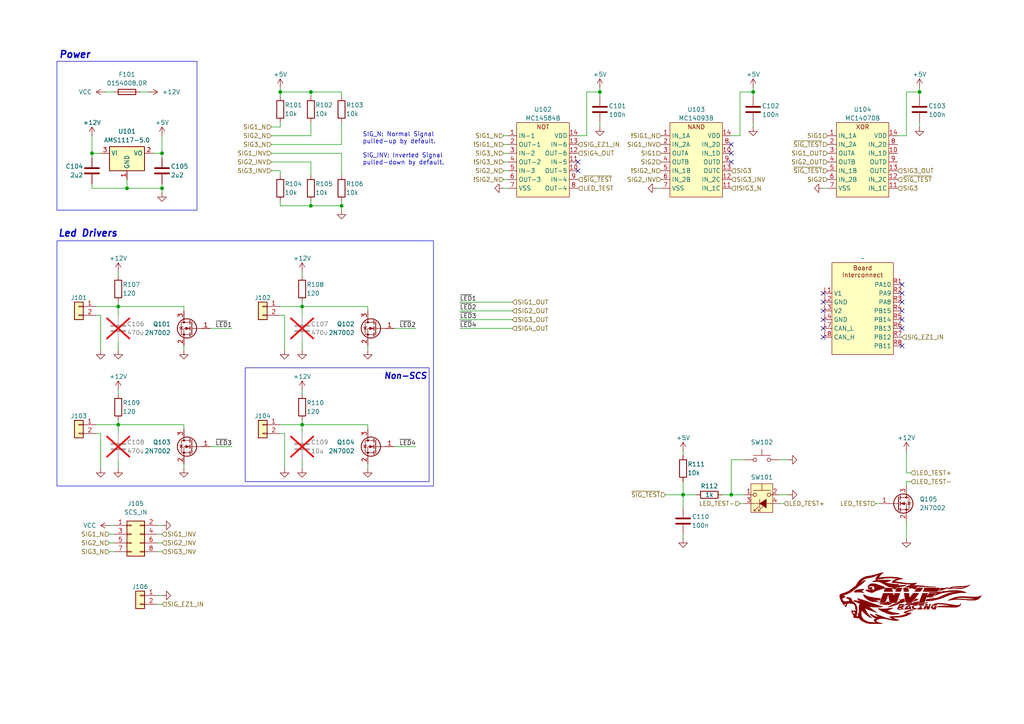
<source format=kicad_sch>
(kicad_sch (version 20231120) (generator "eeschema") (generator_version "8.0")
  (paper "A4")
  (title_block (title "SCS Check & Indicate") (date "2024-03-02") (rev "1") (company "Scott CJX"))
  (lib_symbols
    (symbol "Connector_Generic:Conn_01x02" (pin_names (offset 1.016) hide)
      (property "Reference" "J" (at 0 2.54 0))
      (property "Value" "Conn_01x02" (at 0 -5.08 0))
      (symbol "Conn_01x02_1_1"
        (pin passive line (at -5.08 0 0) (length 3.81) (name "Pin_1") (number "1"))
        (pin passive line (at -5.08 -2.54 0) (length 3.81) (name "Pin_2") (number "2"))
      )
    )
    (symbol "Connector_Generic:Conn_02x04_Odd_Even" (pin_names (offset 1.016) hide)
      (property "Reference" "J" (at 1.27 5.08 0))
      (property "Value" "Conn_02x04_Odd_Even" (at 1.27 -7.62 0))
      (symbol "Conn_02x04_Odd_Even_1_1"
        (pin passive line (at -5.08 2.54 0) (length 3.81) (name "Pin_1") (number "1"))
        (pin passive line (at 7.62 2.54 180) (length 3.81) (name "Pin_2") (number "2"))
        (pin passive line (at -5.08 0 0) (length 3.81) (name "Pin_3") (number "3"))
        (pin passive line (at 7.62 0 180) (length 3.81) (name "Pin_4") (number "4"))
        (pin passive line (at -5.08 -2.54 0) (length 3.81) (name "Pin_5") (number "5"))
        (pin passive line (at 7.62 -2.54 180) (length 3.81) (name "Pin_6") (number "6"))
        (pin passive line (at -5.08 -5.08 0) (length 3.81) (name "Pin_7") (number "7"))
        (pin passive line (at 7.62 -5.08 180) (length 3.81) (name "Pin_8") (number "8"))
      )
    )
    (symbol "Device:C" (pin_numbers hide) (pin_names (offset 0.254))
      (property "Reference" "C" (at 0.635 2.54 0))
      (property "Value" "C" (at 0.635 -2.54 0))
      (symbol "C_1_1"
        (pin passive line (at 0 3.81 270) (length 2.794) (name "~") (number "1"))
        (pin passive line (at 0 -3.81 90) (length 2.794) (name "~") (number "2"))
      )
    )
    (symbol "Device:Fuse" (pin_numbers hide) (pin_names (offset 0))
      (property "Reference" "F" (at 2.032 0 90))
      (property "Value" "Fuse" (at -1.905 0 90))
      (symbol "Fuse_1_1"
        (pin passive line (at 0 3.81 270) (length 1.27) (name "~") (number "1"))
        (pin passive line (at 0 -3.81 90) (length 1.27) (name "~") (number "2"))
      )
    )
    (symbol "Device:Q_NMOS_GSD" (pin_names (offset 0) hide)
      (property "Reference" "Q" (at 5.08 1.27 0))
      (property "Value" "Q_NMOS_GSD" (at 5.08 -1.27 0))
      (symbol "Q_NMOS_GSD_1_1"
        (pin input line (at -5.08 0 0) (length 2.54) (name "G") (number "1"))
        (pin passive line (at 2.54 -5.08 90) (length 2.54) (name "S") (number "2"))
        (pin passive line (at 2.54 5.08 270) (length 2.54) (name "D") (number "3"))
      )
    )
    (symbol "Device:R" (pin_numbers hide) (pin_names (offset 0))
      (property "Reference" "R" (at 2.032 0 90))
      (property "Value" "R" (at 0 0 90))
      (symbol "R_1_1"
        (pin passive line (at 0 3.81 270) (length 1.27) (name "~") (number "1"))
        (pin passive line (at 0 -3.81 90) (length 1.27) (name "~") (number "2"))
      )
    )
    (symbol "NVF-Kicad:HEX_NOT"
      (property "Reference" "U" (at 7.62 11.43 0))
      (symbol "HEX_NOT_1_1"
        (text "NOT" (at 0 8.89 0) (effects (font (size 1.27 1.27))))
        (pin input line (at -10.16 6.35 0) (length 2.54) (name "IN-1") (number "1"))
        (pin input line (at 10.16 -3.81 180) (length 2.54) (name "OUT-5") (number "10"))
        (pin input line (at 10.16 -1.27 180) (length 2.54) (name "IN-5") (number "11"))
        (pin input line (at 10.16 1.27 180) (length 2.54) (name "OUT-6") (number "12"))
        (pin input line (at 10.16 3.81 180) (length 2.54) (name "IN-6") (number "13"))
        (pin input line (at 10.16 6.35 180) (length 2.54) (name "VDD") (number "14"))
        (pin input line (at -10.16 3.81 0) (length 2.54) (name "OUT-1") (number "2"))
        (pin input line (at -10.16 1.27 0) (length 2.54) (name "IN-2") (number "3"))
        (pin input line (at -10.16 -1.27 0) (length 2.54) (name "OUT-2") (number "4"))
        (pin input line (at -10.16 -3.81 0) (length 2.54) (name "IN-3") (number "5"))
        (pin input line (at -10.16 -6.35 0) (length 2.54) (name "OUT-3") (number "6"))
        (pin input line (at -10.16 -8.89 0) (length 2.54) (name "VSS") (number "7"))
        (pin input line (at 10.16 -8.89 180) (length 2.54) (name "OUT-4") (number "8"))
        (pin input line (at 10.16 -6.35 180) (length 2.54) (name "IN-4") (number "9"))
      )
    )
    (symbol "NVF-Kicad:NVF-Logo" (pin_names (offset 1.016)))
    (symbol "NVF-Kicad:QUAD_NAND"
      (property "Reference" "U" (at 7.62 11.43 0))
      (symbol "QUAD_NAND_1_1"
        (text "NAND" (at 0 8.89 0) (effects (font (size 1.27 1.27))))
        (pin input line (at -10.16 6.35 0) (length 2.54) (name "IN_1A") (number "1"))
        (pin input line (at 10.16 1.27 180) (length 2.54) (name "IN_1D") (number "10"))
        (pin input line (at 10.16 -8.89 180) (length 2.54) (name "IN_1C") (number "11"))
        (pin input line (at 10.16 -6.35 180) (length 2.54) (name "IN_2C") (number "12"))
        (pin input line (at 10.16 -3.81 180) (length 2.54) (name "OUTC") (number "13"))
        (pin input line (at 10.16 6.35 180) (length 2.54) (name "VDD") (number "14"))
        (pin input line (at -10.16 3.81 0) (length 2.54) (name "IN_2A") (number "2"))
        (pin input line (at -10.16 1.27 0) (length 2.54) (name "OUTA") (number "3"))
        (pin input line (at -10.16 -1.27 0) (length 2.54) (name "OUTB") (number "4"))
        (pin input line (at -10.16 -3.81 0) (length 2.54) (name "IN_1B") (number "5"))
        (pin input line (at -10.16 -6.35 0) (length 2.54) (name "IN_2B") (number "6"))
        (pin power_in line (at -10.16 -8.89 0) (length 2.54) (name "VSS") (number "7"))
        (pin input line (at 10.16 3.81 180) (length 2.54) (name "IN_2D") (number "8"))
        (pin input line (at 10.16 -1.27 180) (length 2.54) (name "OUTD") (number "9"))
      )
    )
    (symbol "NVF-Kicad:QUAD_XOR"
      (property "Reference" "U" (at 7.62 11.43 0))
      (symbol "QUAD_XOR_1_1"
        (text "XOR" (at 0 8.89 0) (effects (font (size 1.27 1.27))))
        (pin input line (at -10.16 6.35 0) (length 2.54) (name "IN_1A") (number "1"))
        (pin input line (at 10.16 1.27 180) (length 2.54) (name "IN_1D") (number "10"))
        (pin input line (at 10.16 -8.89 180) (length 2.54) (name "IN_1C") (number "11"))
        (pin input line (at 10.16 -6.35 180) (length 2.54) (name "IN_2C") (number "12"))
        (pin input line (at 10.16 -3.81 180) (length 2.54) (name "OUTC") (number "13"))
        (pin input line (at 10.16 6.35 180) (length 2.54) (name "VDD") (number "14"))
        (pin input line (at -10.16 3.81 0) (length 2.54) (name "IN_2A") (number "2"))
        (pin input line (at -10.16 1.27 0) (length 2.54) (name "OUTA") (number "3"))
        (pin input line (at -10.16 -1.27 0) (length 2.54) (name "OUTB") (number "4"))
        (pin input line (at -10.16 -3.81 0) (length 2.54) (name "IN_1B") (number "5"))
        (pin input line (at -10.16 -6.35 0) (length 2.54) (name "IN_2B") (number "6"))
        (pin power_in line (at -10.16 -8.89 0) (length 2.54) (name "VSS") (number "7"))
        (pin input line (at 10.16 3.81 180) (length 2.54) (name "IN_2D") (number "8"))
        (pin input line (at 10.16 -1.27 180) (length 2.54) (name "OUTD") (number "9"))
      )
    )
    (symbol "NVF_OwnParts:SmallGeneral"
      (symbol "SmallGeneral_1_1"
        (text "Side CAN" (at 0 12.7 0) (effects (font (size 1.27 1.27))))
        (pin input line (at -11.43 10.16 0) (length 2.54) (name "V1") (number "A1"))
        (pin input line (at -11.43 7.62 0) (length 2.54) (name "GND") (number "A2"))
        (pin input line (at -11.43 5.08 0) (length 2.54) (name "V2") (number "A3"))
        (pin input line (at -11.43 2.54 0) (length 2.54) (name "GND") (number "A4"))
        (pin input line (at 11.43 5.08 180) (length 2.54) (name "CAN_L") (number "A7"))
        (pin input line (at 11.43 2.54 180) (length 2.54) (name "CAN_H") (number "A8"))
        (pin input line (at -11.43 -2.54 0) (length 2.54) (name "V1") (number "B1"))
        (pin input line (at -11.43 -5.08 0) (length 2.54) (name "GND") (number "B2"))
        (pin input line (at -11.43 -7.62 0) (length 2.54) (name "V2") (number "B3"))
        (pin input line (at -11.43 -10.16 0) (length 2.54) (name "GND") (number "B4"))
        (pin input line (at 11.43 -7.62 180) (length 2.54) (name "CAN_L") (number "B7"))
        (pin input line (at 11.43 -10.16 180) (length 2.54) (name "CAN_H") (number "B8"))
      )
      (symbol "SmallGeneral_2_1"
        (text "Side Connectors" (at 0 22.86 0) (effects (font (size 1.27 1.27))))
        (pin input line (at 11.43 -11.43 180) (length 2.54) (name "5V") (number "C1"))
        (pin input line (at 11.43 -13.97 180) (length 2.54) (name "3V3") (number "C2"))
        (pin input line (at 11.43 -16.51 180) (length 2.54) (name "A1") (number "C3"))
        (pin input line (at 11.43 -19.05 180) (length 2.54) (name "A0") (number "C4"))
        (pin input line (at 11.43 -21.59 180) (length 2.54) (name "GND") (number "C5"))
        (pin input line (at 11.43 3.81 180) (length 2.54) (name "5V") (number "D1"))
        (pin input line (at 11.43 1.27 180) (length 2.54) (name "3V3") (number "D2"))
        (pin input line (at 11.43 -1.27 180) (length 2.54) (name "UART_TX") (number "D3"))
        (pin input line (at 11.43 -3.81 180) (length 2.54) (name "UART_RX") (number "D4"))
        (pin input line (at 11.43 -6.35 180) (length 2.54) (name "GND") (number "D5"))
        (pin input line (at -11.43 -19.05 0) (length 2.54) (name "5V") (number "E1"))
        (pin input line (at -11.43 -16.51 0) (length 2.54) (name "3V3") (number "E2"))
        (pin input line (at -11.43 -3.81 0) (length 2.54) (name "SPI_IRQ") (number "E3"))
        (pin input line (at -11.43 -21.59 0) (length 2.54) (name "GND") (number "E4"))
        (pin input line (at -11.43 -13.97 0) (length 2.54) (name "SPI_SCLK") (number "E5"))
        (pin input line (at -11.43 -11.43 0) (length 2.54) (name "SPI_MISO") (number "E6"))
        (pin input line (at -11.43 -8.89 0) (length 2.54) (name "SPI_MOSI") (number "E7"))
        (pin input line (at -11.43 -6.35 0) (length 2.54) (name "SPI_CS") (number "E8"))
        (pin input line (at 11.43 19.05 180) (length 2.54) (name "5V") (number "F1"))
        (pin input line (at 11.43 16.51 180) (length 2.54) (name "3V3") (number "F2"))
        (pin input line (at 11.43 13.97 180) (length 2.54) (name "I2C_SCL") (number "F3"))
        (pin input line (at 11.43 11.43 180) (length 2.54) (name "I2C_SDA") (number "F4"))
        (pin input line (at 11.43 8.89 180) (length 2.54) (name "GND") (number "F5"))
        (pin input line (at -11.43 19.05 0) (length 2.54) (name "3V3") (number "G1"))
        (pin input line (at -11.43 16.51 0) (length 2.54) (name "SWDIO") (number "G2"))
        (pin input line (at -11.43 13.97 0) (length 2.54) (name "SWCLK") (number "G3"))
        (pin input line (at -11.43 11.43 0) (length 2.54) (name "GND") (number "G4"))
        (pin input line (at -11.43 8.89 0) (length 2.54) (name "NRST") (number "G5"))
      )
      (symbol "SmallGeneral_3_1"
        (text "Board\nInterconnect" (at 0 12.7 0) (effects (font (size 1.27 1.27))))
        (pin input line (at -11.43 6.35 0) (length 2.54) (name "V1") (number "L1"))
        (pin input line (at -11.43 3.81 0) (length 2.54) (name "GND") (number "L2"))
        (pin input line (at -11.43 1.27 0) (length 2.54) (name "V2") (number "L3"))
        (pin input line (at -11.43 -1.27 0) (length 2.54) (name "GND") (number "L4"))
        (pin input line (at -11.43 -3.81 0) (length 2.54) (name "CAN_L") (number "L7"))
        (pin input line (at -11.43 -6.35 0) (length 2.54) (name "CAN_H") (number "L8"))
        (pin input line (at 11.43 8.89 180) (length 2.54) (name "PA10") (number "R1"))
        (pin input line (at 11.43 6.35 180) (length 2.54) (name "PA9") (number "R2"))
        (pin input line (at 11.43 3.81 180) (length 2.54) (name "PA8") (number "R3"))
        (pin input line (at 11.43 1.27 180) (length 2.54) (name "PB15") (number "R4"))
        (pin input line (at 11.43 -1.27 180) (length 2.54) (name "PB14") (number "R5"))
        (pin input line (at 11.43 -3.81 180) (length 2.54) (name "PB13") (number "R6"))
        (pin input line (at 11.43 -6.35 180) (length 2.54) (name "PB12") (number "R7"))
        (pin input line (at 11.43 -8.89 180) (length 2.54) (name "PB11") (number "R8"))
      )
    )
    (symbol "Regulator_Linear:AMS1117-5.0"
      (property "Reference" "U" (at -3.81 3.175 0))
      (property "Value" "AMS1117-5.0" (at 0 3.175 0))
      (symbol "AMS1117-5.0_1_1"
        (pin power_in line (at 0 -7.62 90) (length 2.54) (name "GND") (number "1"))
        (pin power_out line (at 7.62 0 180) (length 2.54) (name "VO") (number "2"))
        (pin power_in line (at -7.62 0 0) (length 2.54) (name "VI") (number "3"))
      )
    )
    (symbol "Switch:SW_Push" (pin_numbers hide) (pin_names (offset 1.016) hide)
      (property "Reference" "SW" (at 1.27 2.54 0))
      (property "Value" "SW_Push" (at 0 -1.524 0))
      (symbol "SW_Push_0_1"
        (pin passive line (at -5.08 0 0) (length 2.54) (name "1") (number "1"))
        (pin passive line (at 5.08 0 180) (length 2.54) (name "2") (number "2"))
      )
    )
    (symbol "Switch:SW_Push_LED" (pin_names (offset 1.016) hide)
      (property "Reference" "SW" (at 0 7.62 0))
      (property "Value" "SW_Push_LED" (at 0 -3.81 0))
      (symbol "SW_Push_LED_0_1"
        (pin passive line (at -5.08 2.54 0) (length 2.54) (name "1") (number "1"))
        (pin passive line (at 5.08 2.54 180) (length 2.54) (name "2") (number "2"))
        (pin passive line (at -5.08 0 0) (length 2.54) (name "K") (number "3"))
        (pin passive line (at 5.08 0 180) (length 2.54) (name "A") (number "4"))
      )
    )
    (symbol "power:+12V" (power) (pin_numbers hide) (pin_names (offset 0) hide)
      (property "Value" "+12V" (at 0 3.556 0))
      (symbol "+12V_1_1"
        (pin power_in line (at 0 0 90) (length 0) (name "~") (number "1"))
      )
    )
    (symbol "power:+5V" (power) (pin_numbers hide) (pin_names (offset 0) hide)
      (property "Value" "+5V" (at 0 3.556 0))
      (symbol "+5V_1_1"
        (pin power_in line (at 0 0 90) (length 0) (name "~") (number "1"))
      )
    )
    (symbol "power:GND" (power) (pin_numbers hide) (pin_names (offset 0) hide)
      (property "Value" "GND" (at 0 -3.81 0))
      (symbol "GND_1_1"
        (pin power_in line (at 0 0 270) (length 0) (name "~") (number "1"))
      )
    )
    (symbol "power:VCC" (power) (pin_numbers hide) (pin_names (offset 0) hide)
      (property "Value" "VCC" (at 0 3.556 0))
      (symbol "VCC_1_1"
        (pin power_in line (at 0 0 90) (length 0) (name "~") (number "1"))
      )
    )
  )
  (junction (at 34.29 88.9))
  (junction (at 173.99 26.67))
  (junction (at 87.63 123.19))
  (junction (at 36.83 54.61))
  (junction (at 90.17 26.67))
  (junction (at 87.63 88.9))
  (junction (at 99.06 59.69))
  (junction (at 212.09 143.51))
  (junction (at 46.99 54.61))
  (junction (at 81.28 26.67))
  (junction (at 34.29 123.19))
  (junction (at 90.17 59.69))
  (junction (at 46.99 44.45))
  (junction (at 266.7 26.67))
  (junction (at 198.12 143.51))
  (junction (at 218.44 26.67))
  (junction (at 26.67 44.45))
  (no_connect (at 212.09 41.91))
  (no_connect (at 238.76 97.79))
  (no_connect (at 238.76 87.63))
  (no_connect (at 261.62 100.33))
  (no_connect (at 261.62 87.63))
  (no_connect (at 212.09 46.99))
  (no_connect (at 212.09 44.45))
  (no_connect (at 167.64 49.53))
  (no_connect (at 167.64 46.99))
  (no_connect (at 261.62 82.55))
  (no_connect (at 238.76 85.09))
  (no_connect (at 238.76 92.71))
  (no_connect (at 238.76 90.17))
  (no_connect (at 261.62 92.71))
  (no_connect (at 261.62 90.17))
  (no_connect (at 238.76 95.25))
  (no_connect (at 261.62 95.25))
  (no_connect (at 261.62 85.09))
  (wire (pts (xy 81.28 123.19) (xy 87.63 123.19)))
  (wire (pts (xy 90.17 59.69) (xy 99.06 59.69)))
  (wire (pts (xy 46.99 172.72) (xy 45.72 172.72)))
  (wire (pts (xy 214.63 39.37) (xy 214.63 26.67)))
  (wire (pts (xy 148.59 92.71) (xy 133.35 92.71)))
  (wire (pts (xy 53.34 124.46) (xy 53.34 123.19)))
  (wire (pts (xy 262.89 139.7) (xy 262.89 140.97)))
  (wire (pts (xy 146.05 41.91) (xy 147.32 41.91)))
  (wire (pts (xy 34.29 113.03) (xy 34.29 114.3)))
  (wire (pts (xy 87.63 135.89) (xy 87.63 133.35)))
  (wire (pts (xy 87.63 91.44) (xy 87.63 88.9)))
  (wire (pts (xy 78.74 36.83) (xy 81.28 36.83)))
  (wire (pts (xy 99.06 58.42) (xy 99.06 59.69)))
  (wire (pts (xy 212.09 143.51) (xy 212.09 133.35)))
  (wire (pts (xy 34.29 91.44) (xy 34.29 88.9)))
  (wire (pts (xy 228.6 133.35) (xy 226.06 133.35)))
  (wire (pts (xy 238.76 54.61) (xy 240.03 54.61)))
  (wire (pts (xy 26.67 54.61) (xy 36.83 54.61)))
  (wire (pts (xy 114.3 95.25) (xy 120.65 95.25)))
  (wire (pts (xy 46.99 54.61) (xy 46.99 55.88)))
  (wire (pts (xy 34.29 121.92) (xy 34.29 123.19)))
  (wire (pts (xy 53.34 100.33) (xy 53.34 101.6)))
  (wire (pts (xy 198.12 143.51) (xy 201.93 143.51)))
  (wire (pts (xy 133.35 95.25) (xy 148.59 95.25)))
  (wire (pts (xy 27.94 91.44) (xy 29.21 91.44)))
  (wire (pts (xy 99.06 41.91) (xy 99.06 35.56)))
  (wire (pts (xy 90.17 58.42) (xy 90.17 59.69)))
  (wire (pts (xy 198.12 143.51) (xy 198.12 147.32)))
  (wire (pts (xy 106.68 100.33) (xy 106.68 101.6)))
  (wire (pts (xy 262.89 130.81) (xy 262.89 137.16)))
  (wire (pts (xy 266.7 26.67) (xy 266.7 27.94)))
  (wire (pts (xy 81.28 91.44) (xy 82.55 91.44)))
  (wire (pts (xy 99.06 44.45) (xy 99.06 50.8)))
  (wire (pts (xy 148.59 90.17) (xy 133.35 90.17)))
  (wire (pts (xy 214.63 146.05) (xy 215.9 146.05)))
  (wire (pts (xy 262.89 39.37) (xy 262.89 26.67)))
  (wire (pts (xy 34.29 87.63) (xy 34.29 88.9)))
  (wire (pts (xy 90.17 26.67) (xy 99.06 26.67)))
  (wire (pts (xy 81.28 125.73) (xy 82.55 125.73)))
  (wire (pts (xy 266.7 25.4) (xy 266.7 26.67)))
  (wire (pts (xy 78.74 44.45) (xy 99.06 44.45)))
  (wire (pts (xy 27.94 88.9) (xy 34.29 88.9)))
  (wire (pts (xy 78.74 46.99) (xy 90.17 46.99)))
  (wire (pts (xy 146.05 49.53) (xy 147.32 49.53)))
  (wire (pts (xy 167.64 39.37) (xy 170.18 39.37)))
  (wire (pts (xy 170.18 39.37) (xy 170.18 26.67)))
  (wire (pts (xy 173.99 25.4) (xy 173.99 26.67)))
  (wire (pts (xy 173.99 35.56) (xy 173.99 36.83)))
  (wire (pts (xy 198.12 154.94) (xy 198.12 156.21)))
  (wire (pts (xy 81.28 49.53) (xy 81.28 50.8)))
  (wire (pts (xy 209.55 143.51) (xy 212.09 143.51)))
  (wire (pts (xy 53.34 134.62) (xy 53.34 135.89)))
  (wire (pts (xy 31.75 160.02) (xy 33.02 160.02)))
  (wire (pts (xy 34.29 135.89) (xy 34.29 133.35)))
  (wire (pts (xy 173.99 26.67) (xy 173.99 27.94)))
  (wire (pts (xy 60.96 95.25) (xy 67.31 95.25)))
  (wire (pts (xy 193.04 143.51) (xy 198.12 143.51)))
  (wire (pts (xy 218.44 35.56) (xy 218.44 36.83)))
  (wire (pts (xy 146.05 52.07) (xy 147.32 52.07)))
  (wire (pts (xy 106.68 124.46) (xy 106.68 123.19)))
  (wire (pts (xy 53.34 90.17) (xy 53.34 88.9)))
  (wire (pts (xy 34.29 78.74) (xy 34.29 80.01)))
  (wire (pts (xy 212.09 143.51) (xy 215.9 143.51)))
  (wire (pts (xy 106.68 90.17) (xy 106.68 88.9)))
  (wire (pts (xy 254 146.05) (xy 255.27 146.05)))
  (wire (pts (xy 78.74 49.53) (xy 81.28 49.53)))
  (wire (pts (xy 87.63 123.19) (xy 106.68 123.19)))
  (wire (pts (xy 262.89 26.67) (xy 266.7 26.67)))
  (wire (pts (xy 82.55 91.44) (xy 82.55 101.6)))
  (wire (pts (xy 260.35 39.37) (xy 262.89 39.37)))
  (wire (pts (xy 46.99 160.02) (xy 45.72 160.02)))
  (wire (pts (xy 45.72 152.4) (xy 46.99 152.4)))
  (wire (pts (xy 27.94 125.73) (xy 29.21 125.73)))
  (wire (pts (xy 31.75 154.94) (xy 33.02 154.94)))
  (wire (pts (xy 30.48 26.67) (xy 33.02 26.67)))
  (wire (pts (xy 262.89 151.13) (xy 262.89 156.21)))
  (wire (pts (xy 26.67 39.37) (xy 26.67 44.45)))
  (wire (pts (xy 81.28 36.83) (xy 81.28 35.56)))
  (wire (pts (xy 264.16 137.16) (xy 262.89 137.16)))
  (wire (pts (xy 148.59 87.63) (xy 133.35 87.63)))
  (wire (pts (xy 266.7 35.56) (xy 266.7 36.83)))
  (wire (pts (xy 214.63 26.67) (xy 218.44 26.67)))
  (wire (pts (xy 81.28 88.9) (xy 87.63 88.9)))
  (wire (pts (xy 87.63 101.6) (xy 87.63 99.06)))
  (wire (pts (xy 36.83 54.61) (xy 36.83 52.07)))
  (wire (pts (xy 82.55 125.73) (xy 82.55 135.89)))
  (wire (pts (xy 146.05 54.61) (xy 147.32 54.61)))
  (wire (pts (xy 99.06 26.67) (xy 99.06 27.94)))
  (wire (pts (xy 46.99 53.34) (xy 46.99 54.61)))
  (wire (pts (xy 81.28 26.67) (xy 81.28 27.94)))
  (wire (pts (xy 90.17 39.37) (xy 90.17 35.56)))
  (wire (pts (xy 29.21 91.44) (xy 29.21 101.6)))
  (wire (pts (xy 146.05 44.45) (xy 147.32 44.45)))
  (wire (pts (xy 87.63 121.92) (xy 87.63 123.19)))
  (wire (pts (xy 40.64 26.67) (xy 43.18 26.67)))
  (wire (pts (xy 36.83 54.61) (xy 46.99 54.61)))
  (wire (pts (xy 44.45 44.45) (xy 46.99 44.45)))
  (wire (pts (xy 60.96 129.54) (xy 67.31 129.54)))
  (wire (pts (xy 34.29 125.73) (xy 34.29 123.19)))
  (wire (pts (xy 99.06 59.69) (xy 99.06 60.96)))
  (wire (pts (xy 87.63 125.73) (xy 87.63 123.19)))
  (wire (pts (xy 90.17 46.99) (xy 90.17 50.8)))
  (wire (pts (xy 46.99 175.26) (xy 45.72 175.26)))
  (wire (pts (xy 78.74 39.37) (xy 90.17 39.37)))
  (wire (pts (xy 78.74 41.91) (xy 99.06 41.91)))
  (wire (pts (xy 87.63 113.03) (xy 87.63 114.3)))
  (wire (pts (xy 198.12 132.08) (xy 198.12 130.81)))
  (wire (pts (xy 46.99 154.94) (xy 45.72 154.94)))
  (wire (pts (xy 27.94 123.19) (xy 34.29 123.19)))
  (wire (pts (xy 26.67 53.34) (xy 26.67 54.61)))
  (wire (pts (xy 81.28 26.67) (xy 90.17 26.67)))
  (wire (pts (xy 81.28 58.42) (xy 81.28 59.69)))
  (wire (pts (xy 87.63 78.74) (xy 87.63 80.01)))
  (wire (pts (xy 227.33 146.05) (xy 226.06 146.05)))
  (wire (pts (xy 218.44 26.67) (xy 218.44 27.94)))
  (wire (pts (xy 226.06 143.51) (xy 228.6 143.51)))
  (wire (pts (xy 212.09 133.35) (xy 215.9 133.35)))
  (wire (pts (xy 264.16 139.7) (xy 262.89 139.7)))
  (wire (pts (xy 114.3 129.54) (xy 120.65 129.54)))
  (wire (pts (xy 90.17 26.67) (xy 90.17 27.94)))
  (wire (pts (xy 212.09 39.37) (xy 214.63 39.37)))
  (wire (pts (xy 46.99 44.45) (xy 46.99 45.72)))
  (wire (pts (xy 34.29 101.6) (xy 34.29 99.06)))
  (wire (pts (xy 33.02 152.4) (xy 31.75 152.4)))
  (wire (pts (xy 29.21 44.45) (xy 26.67 44.45)))
  (wire (pts (xy 87.63 87.63) (xy 87.63 88.9)))
  (wire (pts (xy 34.29 88.9) (xy 53.34 88.9)))
  (wire (pts (xy 87.63 88.9) (xy 106.68 88.9)))
  (wire (pts (xy 31.75 157.48) (xy 33.02 157.48)))
  (wire (pts (xy 218.44 25.4) (xy 218.44 26.67)))
  (wire (pts (xy 170.18 26.67) (xy 173.99 26.67)))
  (wire (pts (xy 81.28 25.4) (xy 81.28 26.67)))
  (wire (pts (xy 146.05 46.99) (xy 147.32 46.99)))
  (wire (pts (xy 198.12 139.7) (xy 198.12 143.51)))
  (wire (pts (xy 190.5 54.61) (xy 191.77 54.61)))
  (wire (pts (xy 34.29 123.19) (xy 53.34 123.19)))
  (wire (pts (xy 29.21 125.73) (xy 29.21 135.89)))
  (wire (pts (xy 46.99 39.37) (xy 46.99 44.45)))
  (wire (pts (xy 146.05 39.37) (xy 147.32 39.37)))
  (wire (pts (xy 46.99 157.48) (xy 45.72 157.48)))
  (wire (pts (xy 81.28 59.69) (xy 90.17 59.69)))
  (wire (pts (xy 26.67 44.45) (xy 26.67 45.72)))
  (wire (pts (xy 106.68 134.62) (xy 106.68 135.89)))
  (rectangle (start 16.51 69.85) (end 125.73 140.97))
  (rectangle (start 71.12 106.68) (end 124.46 139.7))
  (rectangle (start 16.51 17.78) (end 57.15 60.96))
  (text "Led Drivers" (at 16.764 67.818 0) (effects (font (size 2 2) (thickness 0.4) (bold yes) (italic yes)) (justify left)))
  (text "Power" (at 17.018 16.002 0) (effects (font (size 2 2) (thickness 0.4) (bold yes) (italic yes)) (justify left)))
  (text "Non-SCS" (at 123.952 109.22 0) (effects (font (size 1.75 1.75) (thickness 0.35) (bold yes) (italic yes)) (justify right)))
  (text "SIG_N: Normal Signal\npulled-up by default. \n\nSIG_INV: Inverted Signal\npulled-down by default.\n" (at 105.156 43.18 0) (effects (font (size 1.27 1.27)) (justify left)))
  (label "~{LED}2" (at 133.35 90.17 0))
  (label "~{LED}4" (at 120.65 129.54 180))
  (label "~{LED}4" (at 133.35 95.25 0))
  (label "~{LED}1" (at 67.31 95.25 180))
  (label "~{LED}3" (at 67.31 129.54 180))
  (label "~{LED}3" (at 133.35 92.71 0))
  (label "~{LED}2" (at 120.65 95.25 180))
  (label "~{LED}1" (at 133.35 87.63 0))
  (hierarchical_label "LED_TEST-" (shape input) (at 214.63 146.05 180))
  (hierarchical_label "~{SIG_TEST}" (shape input) (at 240.03 41.91 180))
  (hierarchical_label "SIG1" (shape input) (at 240.03 39.37 180))
  (hierarchical_label "SIG3_OUT" (shape input) (at 260.35 49.53 0))
  (hierarchical_label "LED_TEST+" (shape input) (at 227.33 146.05 0))
  (hierarchical_label "SIG1_INV" (shape input) (at 191.77 41.91 180))
  (hierarchical_label "SIG2_INV" (shape input) (at 78.74 46.99 180))
  (hierarchical_label "!SIG1_N" (shape input) (at 191.77 39.37 180))
  (hierarchical_label "SIG_EZ1_IN" (shape input) (at 261.62 97.79 0))
  (hierarchical_label "SIG2_N" (shape input) (at 78.74 39.37 180))
  (hierarchical_label "SIG1_INV" (shape input) (at 46.99 154.94 0))
  (hierarchical_label "SIG3_N" (shape input) (at 146.05 44.45 180))
  (hierarchical_label "LED_TEST" (shape input) (at 167.64 54.61 0))
  (hierarchical_label "SIG2_N" (shape input) (at 146.05 49.53 180))
  (hierarchical_label "SIG2_OUT" (shape input) (at 148.59 90.17 0))
  (hierarchical_label "SIG1" (shape input) (at 191.77 44.45 180))
  (hierarchical_label "~{SIG_TEST}" (shape input) (at 260.35 52.07 0))
  (hierarchical_label "~{SIG_TEST}" (shape input) (at 240.03 49.53 180))
  (hierarchical_label "SIG3" (shape input) (at 260.35 54.61 0))
  (hierarchical_label "SIG4_OUT" (shape input) (at 148.59 95.25 0))
  (hierarchical_label "SIG2_N" (shape input) (at 31.75 157.48 180))
  (hierarchical_label "SIG1_N" (shape input) (at 31.75 154.94 180))
  (hierarchical_label "SIG3_INV" (shape input) (at 78.74 49.53 180))
  (hierarchical_label "LED_TEST+" (shape input) (at 264.16 137.16 0))
  (hierarchical_label "SIG1_N" (shape input) (at 78.74 36.83 180))
  (hierarchical_label "SIG_EZ1_IN" (shape input) (at 46.99 175.26 0))
  (hierarchical_label "SIG1_OUT" (shape input) (at 240.03 44.45 180))
  (hierarchical_label "SIG2" (shape input) (at 240.03 52.07 180))
  (hierarchical_label "SIG3_INV" (shape input) (at 46.99 160.02 0))
  (hierarchical_label "LED_TEST" (shape input) (at 254 146.05 180))
  (hierarchical_label "SIG3_N" (shape input) (at 31.75 160.02 180))
  (hierarchical_label "!SIG3_N" (shape input) (at 146.05 46.99 180))
  (hierarchical_label "SIG3_INV" (shape input) (at 212.09 52.07 0))
  (hierarchical_label "SIG1_OUT" (shape input) (at 148.59 87.63 0))
  (hierarchical_label "SIG_EZ1_IN" (shape input) (at 167.64 41.91 0))
  (hierarchical_label "SIG2_INV" (shape input) (at 46.99 157.48 0))
  (hierarchical_label "SIG1_N" (shape input) (at 146.05 39.37 180))
  (hierarchical_label "SIG4_OUT" (shape input) (at 167.64 44.45 0))
  (hierarchical_label "SIG1_INV" (shape input) (at 78.74 44.45 180))
  (hierarchical_label "SIG3" (shape input) (at 212.09 49.53 0))
  (hierarchical_label "!SIG3_N" (shape input) (at 212.09 54.61 0))
  (hierarchical_label "!SIG1_N" (shape input) (at 146.05 41.91 180))
  (hierarchical_label "!SIG2_N" (shape input) (at 146.05 52.07 180))
  (hierarchical_label "SIG3_OUT" (shape input) (at 148.59 92.71 0))
  (hierarchical_label "SIG2_OUT" (shape input) (at 240.03 46.99 180))
  (hierarchical_label "LED_TEST-" (shape input) (at 264.16 139.7 0))
  (hierarchical_label "SIG3_N" (shape input) (at 78.74 41.91 180))
  (hierarchical_label "~{SIG_TEST}" (shape input) (at 193.04 143.51 180))
  (hierarchical_label "SIG2_INV" (shape input) (at 191.77 52.07 180))
  (hierarchical_label "~{SIG_TEST}" (shape input) (at 167.64 52.07 0))
  (hierarchical_label "!SIG2_N" (shape input) (at 191.77 49.53 180))
  (hierarchical_label "SIG2" (shape input) (at 191.77 46.99 180))
  (symbol (lib_id "power:GND") (at 29.21 101.6 0) (unit 1)
    (property "Reference" "#PWR0119" (effects (hide yes)))
    (property "Value" "GND" (effects (hide yes)))
    (property "Description" "Power symbol creates a global label with name \"GND\" , ground" (effects (hide yes)))
  )
  (symbol (lib_id "power:+12V") (at 34.29 113.03 0) (unit 1)
    (property "Reference" "#PWR0125" (effects (hide yes)))
    (property "Value" "+12V" (at 34.29 109.22 0))
    (property "Description" "Power symbol creates a global label with name \"+12V\"" (effects (hide yes)))
  )
  (symbol (lib_id "Device:R") (at 99.06 31.75 0) (unit 1)
    (property "Reference" "R103" (at 100.33 30.48 0) (effects (justify left)))
    (property "Value" "10k" (at 100.33 33.02 0) (effects (justify left)))
    (property "Footprint" "Resistor_SMD:R_0603_1608Metric" (effects (hide yes)))
    (property "Description" "Resistor" (effects (hide yes)))
  )
  (symbol (lib_id "NVF-Kicad:NVF-Logo") (at 264.16 177.8 0) (unit 1)
    (property "Reference" "#G101" (effects (hide yes)))
    (property "Value" "LOGO" (effects (hide yes)))
  )
  (symbol (lib_id "Device:Q_NMOS_GSD") (at 260.35 146.05 0) (unit 1)
    (property "Reference" "Q105" (at 266.7 144.7799 0) (effects (justify left)))
    (property "Value" "2N7002" (at 266.7 147.3199 0) (effects (justify left)))
    (property "Footprint" "Package_TO_SOT_SMD:SOT-23" (effects (hide yes)))
    (property "Description" "N-MOSFET transistor, gate/source/drain" (effects (hide yes)))
  )
  (symbol (lib_id "power:+12V") (at 43.18 26.67 270) (unit 1)
    (property "Reference" "#PWR0106" (effects (hide yes)))
    (property "Value" "+12V" (at 46.99 26.67 90) (effects (justify left)))
    (property "Description" "Power symbol creates a global label with name \"+12V\"" (effects (hide yes)))
  )
  (symbol (lib_id "Connector_Generic:Conn_01x02") (at 22.86 123.19 0) (mirror y) (unit 1)
    (property "Reference" "J103" (at 22.86 120.65 0))
    (property "Value" "Conn_01x02" (effects (hide yes)))
    (property "Footprint" "NVF-Kicad:PH_01x02H-H" (effects (hide yes)))
    (property "Description" "Generic connector, single row, 01x02, script generated (kicad-library-utils/schlib/autogen/connector/)" (effects (hide yes)))
  )
  (symbol (lib_id "power:+5V") (at 266.7 25.4 0) (unit 1)
    (property "Reference" "#PWR0104" (effects (hide yes)))
    (property "Value" "+5V" (at 266.7 21.59 0))
    (property "Description" "Power symbol creates a global label with name \"+5V\"" (effects (hide yes)))
  )
  (symbol (lib_id "NVF_OwnParts:SmallGeneral") (at 250.19 91.44 0) (unit 3)
    (property "Reference" "SG101" (effects (hide yes)))
    (property "Value" "~" (at 250.19 74.93 0))
    (property "Footprint" "NVF-OwnParts:Small-General BoardCut" (effects (hide yes)))
  )
  (symbol (lib_id "power:VCC") (at 31.75 152.4 90) (unit 1)
    (property "Reference" "#PWR0136" (effects (hide yes)))
    (property "Value" "VCC" (at 27.94 152.4 90) (effects (justify left)))
    (property "Description" "Power symbol creates a global label with name \"VCC\"" (effects (hide yes)))
  )
  (symbol (lib_id "Device:C") (at 87.63 129.54 0) (unit 1) (on_board no) (dnp yes)
    (property "Reference" "C109" (at 90.17 128.27 0) (effects (justify left)))
    (property "Value" "10u" (at 90.17 130.81 0) (effects (justify left)))
    (property "Description" "Unpolarized capacitor" (effects (hide yes)))
  )
  (symbol (lib_id "power:GND") (at 190.5 54.61 270) (mirror x) (unit 1)
    (property "Reference" "#PWR0113" (effects (hide yes)))
    (property "Value" "GND" (effects (hide yes)))
    (property "Description" "Power symbol creates a global label with name \"GND\" , ground" (effects (hide yes)))
  )
  (symbol (lib_id "Device:R") (at 87.63 83.82 0) (unit 1)
    (property "Reference" "R108" (at 88.9 82.55 0) (effects (justify left)))
    (property "Value" "120" (at 88.9 85.09 0) (effects (justify left)))
    (property "Footprint" "Resistor_SMD:R_1206_3216Metric" (effects (hide yes)))
    (property "Description" "Resistor" (effects (hide yes)))
  )
  (symbol (lib_id "Connector_Generic:Conn_01x02") (at 76.2 123.19 0) (mirror y) (unit 1)
    (property "Reference" "J104" (at 76.2 120.65 0))
    (property "Value" "Conn_01x02" (effects (hide yes)))
    (property "Footprint" "NVF-Kicad:PH_01x02H-H" (effects (hide yes)))
    (property "Description" "Generic connector, single row, 01x02, script generated (kicad-library-utils/schlib/autogen/connector/)" (effects (hide yes)))
  )
  (symbol (lib_id "NVF-Kicad:QUAD_XOR") (at 250.19 45.72 0) (unit 1)
    (property "Reference" "U104" (at 250.19 31.75 0))
    (property "Value" "MC14070B" (at 250.19 34.29 0))
    (property "Footprint" "Package_SO:SOIC-14_3.9x8.7mm_P1.27mm" (effects (hide yes)))
    (property "Datasheet" "https://www.farnell.com/datasheets/1878544.pdf" (effects (hide yes)))
    (property "Description" "MC14070BDR2G" (effects (hide yes)))
    (property "Element14" "2845040" (effects (hide yes)))
  )
  (symbol (lib_id "Connector_Generic:Conn_02x04_Odd_Even") (at 38.1 154.94 0) (unit 1)
    (property "Reference" "J105" (at 39.37 146.05 0))
    (property "Value" "SCS_IN" (at 39.37 148.59 0))
    (property "Footprint" "NVF-Kicad:PHD_02x04H-H" (effects (hide yes)))
    (property "Description" "Generic connector, double row, 02x04, odd/even pin numbering scheme (row 1 odd numbers, row 2 even numbers), script generated (kicad-library-utils/schlib/autogen/connector/)" (effects (hide yes)))
  )
  (symbol (lib_id "power:+12V") (at 87.63 78.74 0) (unit 1)
    (property "Reference" "#PWR0118" (effects (hide yes)))
    (property "Value" "+12V" (at 87.63 74.93 0))
    (property "Description" "Power symbol creates a global label with name \"+12V\"" (effects (hide yes)))
  )
  (symbol (lib_id "power:GND") (at 29.21 135.89 0) (unit 1)
    (property "Reference" "#PWR0128" (effects (hide yes)))
    (property "Value" "GND" (effects (hide yes)))
    (property "Description" "Power symbol creates a global label with name \"GND\" , ground" (effects (hide yes)))
  )
  (symbol (lib_id "power:+12V") (at 262.89 130.81 0) (unit 1)
    (property "Reference" "#PWR0139" (effects (hide yes)))
    (property "Value" "+12V" (at 262.89 127 0))
    (property "Description" "Power symbol creates a global label with name \"+12V\"" (effects (hide yes)))
  )
  (symbol (lib_id "Device:R") (at 34.29 118.11 0) (unit 1)
    (property "Reference" "R109" (at 35.56 116.84 0) (effects (justify left)))
    (property "Value" "120" (at 35.56 119.38 0) (effects (justify left)))
    (property "Footprint" "Resistor_SMD:R_1206_3216Metric" (effects (hide yes)))
    (property "Description" "Resistor" (effects (hide yes)))
  )
  (symbol (lib_id "power:+5V") (at 46.99 39.37 0) (unit 1)
    (property "Reference" "#PWR0111" (effects (hide yes)))
    (property "Value" "+5V" (at 46.99 35.56 0))
    (property "Description" "Power symbol creates a global label with name \"+5V\"" (effects (hide yes)))
  )
  (symbol (lib_id "Switch:SW_Push_LED") (at 220.98 146.05 0) (unit 1)
    (property "Reference" "SW101" (at 220.98 138.43 0))
    (property "Value" "SW_Push_LED" (effects (hide yes)))
    (property "Description" "Push button switch with LED, generic" (effects (hide yes)))
  )
  (symbol (lib_id "power:GND") (at 198.12 156.21 0) (unit 1)
    (property "Reference" "#PWR0138" (effects (hide yes)))
    (property "Value" "GND" (effects (hide yes)))
    (property "Description" "Power symbol creates a global label with name \"GND\" , ground" (effects (hide yes)))
  )
  (symbol (lib_id "power:GND") (at 228.6 143.51 90) (mirror x) (unit 1)
    (property "Reference" "#PWR0134" (effects (hide yes)))
    (property "Value" "GND" (effects (hide yes)))
    (property "Description" "Power symbol creates a global label with name \"GND\" , ground" (effects (hide yes)))
  )
  (symbol (lib_id "power:GND") (at 228.6 133.35 90) (mirror x) (unit 1)
    (property "Reference" "#PWR0141" (effects (hide yes)))
    (property "Value" "GND" (effects (hide yes)))
    (property "Description" "Power symbol creates a global label with name \"GND\" , ground" (effects (hide yes)))
  )
  (symbol (lib_id "power:GND") (at 266.7 36.83 0) (unit 1)
    (property "Reference" "#PWR0109" (effects (hide yes)))
    (property "Value" "GND" (effects (hide yes)))
    (property "Description" "Power symbol creates a global label with name \"GND\" , ground" (effects (hide yes)))
  )
  (symbol (lib_id "Device:R") (at 81.28 54.61 0) (unit 1)
    (property "Reference" "R104" (at 82.55 53.34 0) (effects (justify left)))
    (property "Value" "10k" (at 82.55 55.88 0) (effects (justify left)))
    (property "Footprint" "Resistor_SMD:R_0603_1608Metric" (effects (hide yes)))
    (property "Description" "Resistor" (effects (hide yes)))
  )
  (symbol (lib_id "power:+5V") (at 218.44 25.4 0) (unit 1)
    (property "Reference" "#PWR0103" (effects (hide yes)))
    (property "Value" "+5V" (at 218.44 21.59 0))
    (property "Description" "Power symbol creates a global label with name \"+5V\"" (effects (hide yes)))
  )
  (symbol (lib_id "Switch:SW_Push") (at 220.98 133.35 0) (unit 1)
    (property "Reference" "SW102" (at 220.98 128.27 0))
    (property "Value" "SW_Push" (effects (hide yes)))
    (property "Footprint" "NVF-Kicad:PushBtn_TS-1187A-B-A-B" (effects (hide yes)))
    (property "Description" "Push button switch, generic, two pins" (effects (hide yes)))
    (property "LCSC" " C318884" (effects (hide yes)))
  )
  (symbol (lib_id "Device:C") (at 218.44 31.75 0) (unit 1)
    (property "Reference" "C102" (at 223.52 30.734 0))
    (property "Value" "100n" (at 223.52 33.274 0))
    (property "Footprint" "Capacitor_SMD:C_0603_1608Metric" (effects (hide yes)))
    (property "Description" "Unpolarized capacitor" (effects (hide yes)))
  )
  (symbol (lib_id "power:VCC") (at 30.48 26.67 90) (unit 1)
    (property "Reference" "#PWR0105" (effects (hide yes)))
    (property "Value" "VCC" (at 26.67 26.67 90) (effects (justify left)))
    (property "Description" "Power symbol creates a global label with name \"VCC\"" (effects (hide yes)))
  )
  (symbol (lib_id "Device:R") (at 99.06 54.61 0) (unit 1)
    (property "Reference" "R106" (at 100.33 53.34 0) (effects (justify left)))
    (property "Value" "10k" (at 100.33 55.88 0) (effects (justify left)))
    (property "Footprint" "Resistor_SMD:R_0603_1608Metric" (effects (hide yes)))
    (property "Description" "Resistor" (effects (hide yes)))
  )
  (symbol (lib_id "NVF-Kicad:HEX_NOT") (at 157.48 45.72 0) (unit 1)
    (property "Reference" "U102" (at 157.48 31.75 0))
    (property "Value" "MC14584B" (at 157.48 34.29 0))
    (property "Footprint" "Package_SO:SOIC-14_3.9x8.7mm_P1.27mm" (effects (hide yes)))
    (property "Datasheet" "https://www.onsemi.com/pdf/datasheet/mc14584b-d.pdf" (effects (hide yes)))
    (property "Description" "https://www.onsemi.com/pdf/datasheet/mc14584b-d.pdf" (effects (hide yes)))
    (property "Element14" "9665102" (effects (hide yes)))
  )
  (symbol (lib_id "power:GND") (at 262.89 156.21 0) (unit 1)
    (property "Reference" "#PWR0135" (effects (hide yes)))
    (property "Value" "GND" (effects (hide yes)))
    (property "Description" "Power symbol creates a global label with name \"GND\" , ground" (effects (hide yes)))
  )
  (symbol (lib_id "power:GND") (at 53.34 101.6 0) (unit 1)
    (property "Reference" "#PWR0121" (effects (hide yes)))
    (property "Value" "GND" (effects (hide yes)))
    (property "Description" "Power symbol creates a global label with name \"GND\" , ground" (effects (hide yes)))
  )
  (symbol (lib_id "Device:Fuse") (at 36.83 26.67 90) (unit 1)
    (property "Reference" "F101" (at 36.83 21.59 90))
    (property "Value" "0154008.DR" (at 36.83 24.13 90))
    (property "Footprint" "NVF-Kicad:FUSE-Littelfuse_Nano2_154x" (effects (hide yes)))
    (property "Description" "Fuse" (effects (hide yes)))
    (property "LCSC" "C206919" (effects (hide yes)))
  )
  (symbol (lib_id "power:GND") (at 99.06 60.96 0) (unit 1)
    (property "Reference" "#PWR0116" (effects (hide yes)))
    (property "Value" "GND" (effects (hide yes)))
    (property "Description" "Power symbol creates a global label with name \"GND\" , ground" (effects (hide yes)))
  )
  (symbol (lib_id "power:GND") (at 46.99 172.72 90) (unit 1)
    (property "Reference" "#PWR0140" (effects (hide yes)))
    (property "Value" "GND" (effects (hide yes)))
    (property "Description" "Power symbol creates a global label with name \"GND\" , ground" (effects (hide yes)))
  )
  (symbol (lib_id "power:GND") (at 34.29 135.89 0) (unit 1)
    (property "Reference" "#PWR0129" (effects (hide yes)))
    (property "Value" "GND" (effects (hide yes)))
    (property "Description" "Power symbol creates a global label with name \"GND\" , ground" (effects (hide yes)))
  )
  (symbol (lib_id "Device:R") (at 81.28 31.75 0) (unit 1)
    (property "Reference" "R101" (at 82.55 30.48 0) (effects (justify left)))
    (property "Value" "10k" (at 82.55 33.02 0) (effects (justify left)))
    (property "Footprint" "Resistor_SMD:R_0603_1608Metric" (effects (hide yes)))
    (property "Description" "Resistor" (effects (hide yes)))
  )
  (symbol (lib_id "power:GND") (at 82.55 101.6 0) (unit 1)
    (property "Reference" "#PWR0122" (effects (hide yes)))
    (property "Value" "GND" (effects (hide yes)))
    (property "Description" "Power symbol creates a global label with name \"GND\" , ground" (effects (hide yes)))
  )
  (symbol (lib_id "power:GND") (at 173.99 36.83 0) (unit 1)
    (property "Reference" "#PWR0107" (effects (hide yes)))
    (property "Value" "GND" (effects (hide yes)))
    (property "Description" "Power symbol creates a global label with name \"GND\" , ground" (effects (hide yes)))
  )
  (symbol (lib_id "Device:C") (at 198.12 151.13 0) (unit 1)
    (property "Reference" "C110" (at 200.66 149.86 0) (effects (justify left)))
    (property "Value" "100n" (at 200.66 152.4 0) (effects (justify left)))
    (property "Footprint" "Capacitor_SMD:C_0603_1608Metric" (effects (hide yes)))
    (property "Description" "Unpolarized capacitor" (effects (hide yes)))
  )
  (symbol (lib_id "power:GND") (at 106.68 135.89 0) (unit 1)
    (property "Reference" "#PWR0133" (effects (hide yes)))
    (property "Value" "GND" (effects (hide yes)))
    (property "Description" "Power symbol creates a global label with name \"GND\" , ground" (effects (hide yes)))
  )
  (symbol (lib_id "Device:Q_NMOS_GSD") (at 55.88 95.25 0) (mirror y) (unit 1)
    (property "Reference" "Q101" (at 49.53 93.9799 0) (effects (justify left)))
    (property "Value" "2N7002" (at 49.53 96.5199 0) (effects (justify left)))
    (property "Footprint" "Package_TO_SOT_SMD:SOT-23" (effects (hide yes)))
    (property "Description" "N-MOSFET transistor, gate/source/drain" (effects (hide yes)))
  )
  (symbol (lib_id "Connector_Generic:Conn_01x02") (at 40.64 172.72 0) (mirror y) (unit 1)
    (property "Reference" "J106" (at 40.64 170.18 0))
    (property "Value" "Conn_01x02" (effects (hide yes)))
    (property "Footprint" "NVF-Kicad:PH_01x02H-H" (effects (hide yes)))
    (property "Description" "Generic connector, single row, 01x02, script generated (kicad-library-utils/schlib/autogen/connector/)" (effects (hide yes)))
  )
  (symbol (lib_id "power:GND") (at 46.99 152.4 90) (unit 1)
    (property "Reference" "#PWR0137" (effects (hide yes)))
    (property "Value" "GND" (effects (hide yes)))
    (property "Description" "Power symbol creates a global label with name \"GND\" , ground" (effects (hide yes)))
  )
  (symbol (lib_id "power:GND") (at 238.76 54.61 270) (mirror x) (unit 1)
    (property "Reference" "#PWR0114" (effects (hide yes)))
    (property "Value" "GND" (effects (hide yes)))
    (property "Description" "Power symbol creates a global label with name \"GND\" , ground" (effects (hide yes)))
  )
  (symbol (lib_id "Device:R") (at 87.63 118.11 0) (unit 1)
    (property "Reference" "R110" (at 88.9 116.84 0) (effects (justify left)))
    (property "Value" "120" (at 88.9 119.38 0) (effects (justify left)))
    (property "Footprint" "Resistor_SMD:R_1206_3216Metric" (effects (hide yes)))
    (property "Description" "Resistor" (effects (hide yes)))
  )
  (symbol (lib_id "power:+5V") (at 198.12 130.81 0) (unit 1)
    (property "Reference" "#PWR0127" (effects (hide yes)))
    (property "Value" "+5V" (at 198.12 127 0))
    (property "Description" "Power symbol creates a global label with name \"+5V\"" (effects (hide yes)))
  )
  (symbol (lib_id "Connector_Generic:Conn_01x02") (at 22.86 88.9 0) (mirror y) (unit 1)
    (property "Reference" "J101" (at 22.86 86.36 0))
    (property "Value" "Conn_01x02" (effects (hide yes)))
    (property "Footprint" "NVF-Kicad:PH_01x02H-H" (effects (hide yes)))
    (property "Description" "Generic connector, single row, 01x02, script generated (kicad-library-utils/schlib/autogen/connector/)" (effects (hide yes)))
  )
  (symbol (lib_id "power:+5V") (at 81.28 25.4 0) (unit 1)
    (property "Reference" "#PWR0101" (effects (hide yes)))
    (property "Value" "+5V" (at 81.28 21.59 0))
    (property "Description" "Power symbol creates a global label with name \"+5V\"" (effects (hide yes)))
  )
  (symbol (lib_id "Device:C") (at 34.29 129.54 0) (unit 1) (on_board no) (dnp yes)
    (property "Reference" "C108" (at 36.83 128.27 0) (effects (justify left)))
    (property "Value" "470u" (at 36.83 130.81 0) (effects (justify left)))
    (property "Description" "Unpolarized capacitor" (effects (hide yes)))
  )
  (symbol (lib_id "power:GND") (at 34.29 101.6 0) (unit 1)
    (property "Reference" "#PWR0120" (effects (hide yes)))
    (property "Value" "GND" (effects (hide yes)))
    (property "Description" "Power symbol creates a global label with name \"GND\" , ground" (effects (hide yes)))
  )
  (symbol (lib_id "power:GND") (at 87.63 101.6 0) (unit 1)
    (property "Reference" "#PWR0123" (effects (hide yes)))
    (property "Value" "GND" (effects (hide yes)))
    (property "Description" "Power symbol creates a global label with name \"GND\" , ground" (effects (hide yes)))
  )
  (symbol (lib_id "power:+12V") (at 34.29 78.74 0) (unit 1)
    (property "Reference" "#PWR0117" (effects (hide yes)))
    (property "Value" "+12V" (at 34.29 74.93 0))
    (property "Description" "Power symbol creates a global label with name \"+12V\"" (effects (hide yes)))
  )
  (symbol (lib_id "power:GND") (at 106.68 101.6 0) (unit 1)
    (property "Reference" "#PWR0124" (effects (hide yes)))
    (property "Value" "GND" (effects (hide yes)))
    (property "Description" "Power symbol creates a global label with name \"GND\" , ground" (effects (hide yes)))
  )
  (symbol (lib_id "power:+12V") (at 87.63 113.03 0) (unit 1)
    (property "Reference" "#PWR0126" (effects (hide yes)))
    (property "Value" "+12V" (at 87.63 109.22 0))
    (property "Description" "Power symbol creates a global label with name \"+12V\"" (effects (hide yes)))
  )
  (symbol (lib_id "Device:R") (at 90.17 54.61 0) (unit 1)
    (property "Reference" "R105" (at 91.44 53.34 0) (effects (justify left)))
    (property "Value" "10k" (at 91.44 55.88 0) (effects (justify left)))
    (property "Footprint" "Resistor_SMD:R_0603_1608Metric" (effects (hide yes)))
    (property "Description" "Resistor" (effects (hide yes)))
  )
  (symbol (lib_id "Device:R") (at 34.29 83.82 0) (unit 1)
    (property "Reference" "R107" (at 35.56 82.55 0) (effects (justify left)))
    (property "Value" "120" (at 35.56 85.09 0) (effects (justify left)))
    (property "Footprint" "Resistor_SMD:R_1206_3216Metric" (effects (hide yes)))
    (property "Description" "Resistor" (effects (hide yes)))
  )
  (symbol (lib_id "Connector_Generic:Conn_01x02") (at 76.2 88.9 0) (mirror y) (unit 1)
    (property "Reference" "J102" (at 76.2 86.36 0))
    (property "Value" "Conn_01x02" (effects (hide yes)))
    (property "Footprint" "NVF-Kicad:PH_01x02H-H" (effects (hide yes)))
    (property "Description" "Generic connector, single row, 01x02, script generated (kicad-library-utils/schlib/autogen/connector/)" (effects (hide yes)))
  )
  (symbol (lib_id "power:GND") (at 87.63 135.89 0) (unit 1)
    (property "Reference" "#PWR0132" (effects (hide yes)))
    (property "Value" "GND" (effects (hide yes)))
    (property "Description" "Power symbol creates a global label with name \"GND\" , ground" (effects (hide yes)))
  )
  (symbol (lib_id "Device:R") (at 205.74 143.51 90) (unit 1)
    (property "Reference" "R112" (at 205.74 140.97 90))
    (property "Value" "1k" (at 205.74 143.51 90))
    (property "Footprint" "Resistor_SMD:R_0603_1608Metric" (effects (hide yes)))
    (property "Description" "Resistor" (effects (hide yes)))
  )
  (symbol (lib_id "power:GND") (at 218.44 36.83 0) (unit 1)
    (property "Reference" "#PWR0108" (effects (hide yes)))
    (property "Value" "GND" (effects (hide yes)))
    (property "Description" "Power symbol creates a global label with name \"GND\" , ground" (effects (hide yes)))
  )
  (symbol (lib_id "Device:C") (at 87.63 95.25 0) (unit 1) (on_board no) (dnp yes)
    (property "Reference" "C107" (at 90.17 93.98 0) (effects (justify left)))
    (property "Value" "470u" (at 90.17 96.52 0) (effects (justify left)))
    (property "Description" "Unpolarized capacitor" (effects (hide yes)))
  )
  (symbol (lib_id "power:+5V") (at 173.99 25.4 0) (unit 1)
    (property "Reference" "#PWR0102" (effects (hide yes)))
    (property "Value" "+5V" (at 173.99 21.59 0))
    (property "Description" "Power symbol creates a global label with name \"+5V\"" (effects (hide yes)))
  )
  (symbol (lib_id "Device:R") (at 198.12 135.89 0) (unit 1)
    (property "Reference" "R111" (at 199.39 134.62 0) (effects (justify left)))
    (property "Value" "10k" (at 199.39 137.16 0) (effects (justify left)))
    (property "Footprint" "Resistor_SMD:R_0603_1608Metric" (effects (hide yes)))
    (property "Description" "Resistor" (effects (hide yes)))
  )
  (symbol (lib_id "NVF-Kicad:QUAD_NAND") (at 201.93 45.72 0) (unit 1)
    (property "Reference" "U103" (at 201.93 31.75 0))
    (property "Value" "MC14093B" (at 201.93 34.29 0))
    (property "Footprint" "Package_SO:SOIC-14_3.9x8.7mm_P1.27mm" (effects (hide yes)))
    (property "Datasheet" "https://www.onsemi.com/pdf/datasheet/mc14093b-d.pdf" (effects (hide yes)))
    (property "Description" "MC14093BDR2G" (effects (hide yes)))
    (property "Element14" "2534380" (effects (hide yes)))
  )
  (symbol (lib_id "power:+12V") (at 26.67 39.37 0) (unit 1)
    (property "Reference" "#PWR0110" (effects (hide yes)))
    (property "Value" "+12V" (at 26.67 35.56 0))
    (property "Description" "Power symbol creates a global label with name \"+12V\"" (effects (hide yes)))
  )
  (symbol (lib_id "Regulator_Linear:AMS1117-5.0") (at 36.83 44.45 0) (unit 1)
    (property "Reference" "U101" (at 36.83 38.1 0))
    (property "Value" "AMS1117-5.0" (at 36.83 40.64 0))
    (property "Footprint" "Package_TO_SOT_SMD:SOT-223-3_TabPin2" (effects (hide yes)))
    (property "Datasheet" "http://www.advanced-monolithic.com/pdf/ds1117.pdf" (effects (hide yes)))
    (property "Description" "1A Low Dropout regulator, positive, 5.0V fixed output, SOT-223" (effects (hide yes)))
    (property "LCSC" "C6187" (effects (hide yes)))
  )
  (symbol (lib_id "Device:Q_NMOS_GSD") (at 109.22 129.54 0) (mirror y) (unit 1)
    (property "Reference" "Q104" (at 102.87 128.2699 0) (effects (justify left)))
    (property "Value" "2N7002" (at 102.87 130.8099 0) (effects (justify left)))
    (property "Footprint" "Package_TO_SOT_SMD:SOT-23" (effects (hide yes)))
    (property "Description" "N-MOSFET transistor, gate/source/drain" (effects (hide yes)))
  )
  (symbol (lib_id "power:GND") (at 46.99 55.88 0) (unit 1)
    (property "Reference" "#PWR0115" (effects (hide yes)))
    (property "Value" "GND" (effects (hide yes)))
    (property "Description" "Power symbol creates a global label with name \"GND\" , ground" (effects (hide yes)))
  )
  (symbol (lib_id "Device:C") (at 26.67 49.53 0) (mirror y) (unit 1)
    (property "Reference" "C104" (at 24.13 48.26 0) (effects (justify left)))
    (property "Value" "2u2" (at 24.13 50.8 0) (effects (justify left)))
    (property "Footprint" "Capacitor_SMD:C_0805_2012Metric" (effects (hide yes)))
    (property "Description" "Unpolarized capacitor" (effects (hide yes)))
    (property "LCSC" "C377773" (effects (hide yes)))
  )
  (symbol (lib_id "Device:C") (at 266.7 31.75 0) (unit 1)
    (property "Reference" "C103" (at 271.78 30.734 0))
    (property "Value" "100n" (at 271.78 33.274 0))
    (property "Footprint" "Capacitor_SMD:C_0603_1608Metric" (effects (hide yes)))
    (property "Description" "Unpolarized capacitor" (effects (hide yes)))
  )
  (symbol (lib_id "power:GND") (at 82.55 135.89 0) (unit 1)
    (property "Reference" "#PWR0131" (effects (hide yes)))
    (property "Value" "GND" (effects (hide yes)))
    (property "Description" "Power symbol creates a global label with name \"GND\" , ground" (effects (hide yes)))
  )
  (symbol (lib_id "Device:C") (at 34.29 95.25 0) (unit 1) (on_board no) (dnp yes)
    (property "Reference" "C106" (at 36.83 93.98 0) (effects (justify left)))
    (property "Value" "470u" (at 36.83 96.52 0) (effects (justify left)))
    (property "Description" "Unpolarized capacitor" (effects (hide yes)))
  )
  (symbol (lib_id "power:GND") (at 53.34 135.89 0) (unit 1)
    (property "Reference" "#PWR0130" (effects (hide yes)))
    (property "Value" "GND" (effects (hide yes)))
    (property "Description" "Power symbol creates a global label with name \"GND\" , ground" (effects (hide yes)))
  )
  (symbol (lib_id "Device:C") (at 173.99 31.75 0) (unit 1)
    (property "Reference" "C101" (at 179.07 30.734 0))
    (property "Value" "100n" (at 179.07 33.274 0))
    (property "Footprint" "Capacitor_SMD:C_0603_1608Metric" (effects (hide yes)))
    (property "Description" "Unpolarized capacitor" (effects (hide yes)))
  )
  (symbol (lib_id "Device:R") (at 90.17 31.75 0) (unit 1)
    (property "Reference" "R102" (at 91.44 30.48 0) (effects (justify left)))
    (property "Value" "10k" (at 91.44 33.02 0) (effects (justify left)))
    (property "Footprint" "Resistor_SMD:R_0603_1608Metric" (effects (hide yes)))
    (property "Description" "Resistor" (effects (hide yes)))
  )
  (symbol (lib_id "Device:Q_NMOS_GSD") (at 109.22 95.25 0) (mirror y) (unit 1)
    (property "Reference" "Q102" (at 102.87 93.9799 0) (effects (justify left)))
    (property "Value" "2N7002" (at 102.87 96.5199 0) (effects (justify left)))
    (property "Footprint" "Package_TO_SOT_SMD:SOT-23" (effects (hide yes)))
    (property "Description" "N-MOSFET transistor, gate/source/drain" (effects (hide yes)))
  )
  (symbol (lib_id "power:GND") (at 146.05 54.61 270) (mirror x) (unit 1)
    (property "Reference" "#PWR0112" (effects (hide yes)))
    (property "Value" "GND" (effects (hide yes)))
    (property "Description" "Power symbol creates a global label with name \"GND\" , ground" (effects (hide yes)))
  )
  (symbol (lib_id "Device:C") (at 46.99 49.53 0) (unit 1)
    (property "Reference" "C105" (at 49.53 48.26 0) (effects (justify left)))
    (property "Value" "2u2" (at 49.53 50.8 0) (effects (justify left)))
    (property "Footprint" "Capacitor_SMD:C_0805_2012Metric" (effects (hide yes)))
    (property "Description" "Unpolarized capacitor" (effects (hide yes)))
    (property "LCSC" "C377773" (effects (hide yes)))
  )
  (symbol (lib_id "Device:Q_NMOS_GSD") (at 55.88 129.54 0) (mirror y) (unit 1)
    (property "Reference" "Q103" (at 49.53 128.2699 0) (effects (justify left)))
    (property "Value" "2N7002" (at 49.53 130.8099 0) (effects (justify left)))
    (property "Footprint" "Package_TO_SOT_SMD:SOT-23" (effects (hide yes)))
    (property "Description" "N-MOSFET transistor, gate/source/drain" (effects (hide yes)))
  )
)
</source>
